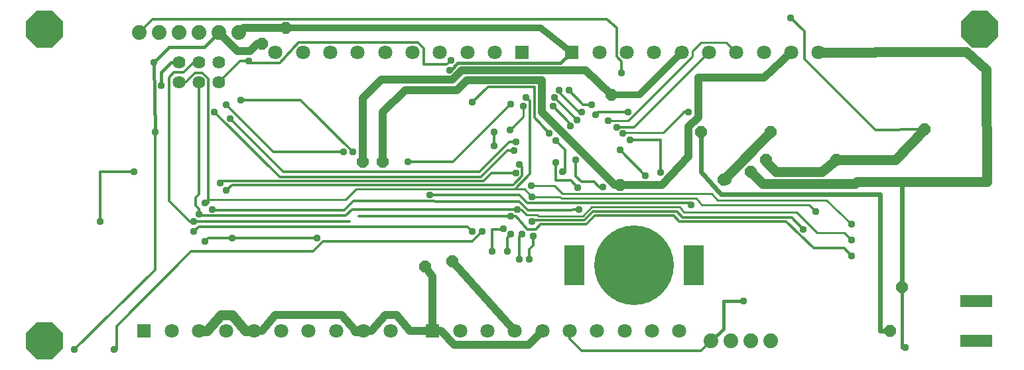
<source format=gbl>
G75*
%MOIN*%
%OFA0B0*%
%FSLAX25Y25*%
%IPPOS*%
%LPD*%
%AMOC8*
5,1,8,0,0,1.08239X$1,22.5*
%
%ADD10R,0.10000X0.20000*%
%ADD11C,0.40000*%
%ADD12C,0.06400*%
%ADD13C,0.07400*%
%ADD14R,0.07087X0.07087*%
%ADD15C,0.07087*%
%ADD16R,0.16000X0.06000*%
%ADD17OC8,0.03569*%
%ADD18C,0.01200*%
%ADD19OC8,0.05906*%
%ADD20C,0.02400*%
%ADD21C,0.04000*%
%ADD22C,0.01600*%
%ADD23C,0.01000*%
%ADD24C,0.05000*%
%ADD25C,0.03200*%
%ADD26OC8,0.18750*%
D10*
X0277506Y0058625D03*
X0337506Y0058625D03*
D11*
X0307506Y0058625D03*
D12*
X0098756Y0150500D03*
X0088756Y0150500D03*
X0078756Y0150500D03*
X0078756Y0160500D03*
X0088756Y0160500D03*
X0098756Y0160500D03*
D13*
X0098756Y0175500D03*
X0108756Y0175500D03*
X0088756Y0175500D03*
X0078756Y0175500D03*
X0068756Y0175500D03*
X0058756Y0175500D03*
X0346256Y0020500D03*
X0356256Y0020500D03*
X0366256Y0020500D03*
X0376256Y0020500D03*
D14*
X0206256Y0025500D03*
X0061256Y0025500D03*
X0251256Y0165500D03*
X0276256Y0165500D03*
D15*
X0290035Y0165500D03*
X0303815Y0165500D03*
X0317594Y0165500D03*
X0331374Y0165500D03*
X0345154Y0165500D03*
X0358933Y0165500D03*
X0372713Y0165500D03*
X0386492Y0165500D03*
X0400272Y0165500D03*
X0237476Y0165500D03*
X0223697Y0165500D03*
X0209917Y0165500D03*
X0196138Y0165500D03*
X0182358Y0165500D03*
X0168579Y0165500D03*
X0154799Y0165500D03*
X0141020Y0165500D03*
X0127240Y0165500D03*
X0130154Y0025500D03*
X0116374Y0025500D03*
X0102594Y0025500D03*
X0088815Y0025500D03*
X0075035Y0025500D03*
X0143933Y0025500D03*
X0157713Y0025500D03*
X0171492Y0025500D03*
X0185272Y0025500D03*
X0220035Y0025500D03*
X0233815Y0025500D03*
X0247594Y0025500D03*
X0261374Y0025500D03*
X0275154Y0025500D03*
X0288933Y0025500D03*
X0302713Y0025500D03*
X0316492Y0025500D03*
X0330272Y0025500D03*
D16*
X0479506Y0020500D03*
X0479506Y0040500D03*
D17*
X0026256Y0016125D03*
X0046256Y0016125D03*
X0091756Y0070500D03*
X0086256Y0075500D03*
X0086256Y0080500D03*
X0088756Y0084250D03*
X0095631Y0086750D03*
X0091881Y0089875D03*
X0102506Y0096125D03*
X0099394Y0099816D03*
X0056256Y0105500D03*
X0066881Y0125500D03*
X0096568Y0135500D03*
X0102506Y0139250D03*
X0110006Y0141750D03*
X0104381Y0132375D03*
X0070006Y0148938D03*
X0066256Y0160500D03*
X0113756Y0161125D03*
X0215006Y0156750D03*
X0215395Y0161530D03*
X0253343Y0143025D03*
X0251881Y0138625D03*
X0245631Y0139563D03*
X0266726Y0138470D03*
X0267506Y0143000D03*
X0270006Y0146750D03*
X0275006Y0146750D03*
X0286256Y0139250D03*
X0288131Y0134250D03*
X0294381Y0131125D03*
X0298756Y0128000D03*
X0301881Y0124816D03*
X0305631Y0121750D03*
X0300631Y0116750D03*
X0278131Y0111437D03*
X0268131Y0110187D03*
X0271509Y0105500D03*
X0279159Y0097687D03*
X0291881Y0098000D03*
X0313131Y0103625D03*
X0320943Y0105187D03*
X0336256Y0088937D03*
X0280006Y0086437D03*
X0256256Y0080500D03*
X0245599Y0083313D03*
X0248865Y0086625D03*
X0256256Y0093000D03*
X0255898Y0098437D03*
X0248131Y0104875D03*
X0250006Y0109250D03*
X0247193Y0116125D03*
X0248131Y0120500D03*
X0237053Y0118625D03*
X0237053Y0125500D03*
X0245324Y0126437D03*
X0264784Y0124875D03*
X0268131Y0121125D03*
X0275631Y0128625D03*
X0278756Y0131750D03*
X0281256Y0135500D03*
X0304381Y0135500D03*
X0334832Y0135500D03*
X0301256Y0155419D03*
X0226256Y0140500D03*
X0166256Y0115500D03*
X0161363Y0115607D03*
X0193756Y0110500D03*
X0204693Y0093937D03*
X0241884Y0076817D03*
X0245631Y0074250D03*
X0251256Y0074131D03*
X0256881Y0073183D03*
X0243756Y0065500D03*
X0236256Y0065500D03*
X0250006Y0061750D03*
X0255006Y0061750D03*
X0231256Y0075500D03*
X0226256Y0075500D03*
X0300006Y0054875D03*
X0337506Y0058625D03*
X0362506Y0040500D03*
X0416976Y0063374D03*
X0416976Y0071248D03*
X0416976Y0079122D03*
X0398788Y0085500D03*
X0392506Y0076750D03*
X0443756Y0017375D03*
X0148131Y0072375D03*
X0105631Y0072375D03*
X0039041Y0080559D03*
X0386256Y0183000D03*
D18*
X0393131Y0176125D01*
X0393131Y0162375D01*
X0428759Y0126747D01*
X0453443Y0127060D01*
X0392506Y0076750D02*
X0386756Y0082500D01*
X0370783Y0082500D01*
X0370744Y0082535D01*
X0369961Y0082500D01*
X0331881Y0082500D01*
X0329256Y0085625D01*
X0287006Y0085625D01*
X0282631Y0081250D01*
X0257506Y0081250D01*
X0256881Y0081125D01*
X0256256Y0080500D01*
X0258131Y0076750D02*
X0253756Y0076750D01*
X0248131Y0083313D01*
X0245599Y0083313D01*
X0169084Y0083195D01*
X0165851Y0086595D02*
X0162679Y0083423D01*
X0089331Y0083500D01*
X0088756Y0084125D01*
X0088756Y0084250D01*
X0088756Y0085500D01*
X0088756Y0087012D01*
X0087193Y0088575D01*
X0087193Y0090500D01*
X0087193Y0092533D01*
X0088756Y0094096D01*
X0088756Y0150500D01*
X0093356Y0152405D02*
X0093356Y0091750D01*
X0093356Y0089875D01*
X0091881Y0089875D01*
X0087193Y0090500D02*
X0087193Y0091696D01*
X0088756Y0086175D02*
X0088756Y0085500D01*
X0095631Y0086750D02*
X0096256Y0086125D01*
X0161961Y0086125D01*
X0166649Y0090812D01*
X0248632Y0090500D01*
X0249782Y0090500D01*
X0254157Y0086125D01*
X0276256Y0086125D01*
X0276881Y0086437D01*
X0280006Y0086437D01*
X0276306Y0086125D02*
X0276256Y0086125D01*
X0283568Y0079250D02*
X0287943Y0083625D01*
X0327381Y0083625D01*
X0330131Y0080500D01*
X0383756Y0080500D01*
X0397745Y0067136D01*
X0413214Y0067136D01*
X0416976Y0063374D01*
X0336256Y0089875D02*
X0253999Y0089798D01*
X0249857Y0093940D01*
X0249100Y0093940D01*
X0204693Y0093937D01*
X0230631Y0103000D02*
X0129381Y0103000D01*
X0096568Y0135500D01*
X0102506Y0139250D02*
X0126149Y0115607D01*
X0161363Y0115607D01*
X0166256Y0115500D02*
X0140006Y0141750D01*
X0110006Y0141750D01*
X0104381Y0132375D02*
X0131256Y0105500D01*
X0230006Y0105500D01*
X0245006Y0120500D01*
X0248131Y0120500D01*
X0247193Y0116125D02*
X0243756Y0116125D01*
X0230631Y0103000D01*
X0231884Y0101000D02*
X0099394Y0101000D01*
X0099394Y0099816D01*
X0102506Y0096125D02*
X0105381Y0099000D01*
X0246759Y0099000D01*
X0251315Y0103556D01*
X0251315Y0107941D01*
X0250006Y0109250D01*
X0248131Y0104875D02*
X0235759Y0104875D01*
X0231884Y0101000D01*
X0247818Y0097062D02*
X0255318Y0104562D01*
X0255318Y0141125D01*
X0254281Y0142163D01*
X0253343Y0143025D01*
X0257506Y0148313D02*
X0234068Y0148313D01*
X0226256Y0140500D01*
X0245631Y0139563D02*
X0216568Y0110500D01*
X0193756Y0110500D01*
X0237053Y0118625D02*
X0237053Y0125500D01*
X0257506Y0132779D02*
X0257506Y0148313D01*
X0267506Y0143000D02*
X0278756Y0131750D01*
X0275321Y0129875D02*
X0266726Y0138470D01*
X0270006Y0145500D02*
X0270006Y0146750D01*
X0270006Y0145500D02*
X0280006Y0135500D01*
X0281256Y0135500D01*
X0288131Y0134250D02*
X0289381Y0135500D01*
X0304381Y0135500D01*
X0307654Y0128000D02*
X0298756Y0128000D01*
X0307654Y0128000D02*
X0345154Y0165500D01*
X0301256Y0161068D02*
X0301256Y0155419D01*
X0301256Y0161068D02*
X0298872Y0163452D01*
X0298872Y0177884D01*
X0293756Y0182375D01*
X0065631Y0182375D01*
X0058756Y0175500D01*
X0081256Y0155500D02*
X0086256Y0160500D01*
X0088756Y0160500D01*
X0090661Y0155100D02*
X0093356Y0152405D01*
X0090661Y0155100D02*
X0086851Y0155100D01*
X0082251Y0150500D01*
X0078756Y0150500D01*
X0073756Y0153000D02*
X0076256Y0155500D01*
X0081256Y0155500D01*
X0073756Y0153000D02*
X0073756Y0090900D01*
X0084156Y0080500D01*
X0086256Y0080500D01*
X0164497Y0080653D01*
X0165851Y0086595D02*
X0167266Y0086595D01*
X0248865Y0086625D01*
X0258131Y0076750D02*
X0260631Y0079250D01*
X0283568Y0079250D01*
X0257506Y0074250D02*
X0256881Y0073183D01*
X0256881Y0068625D01*
X0255006Y0066750D01*
X0255006Y0061750D01*
X0250006Y0061750D02*
X0250006Y0073000D01*
X0250124Y0073000D01*
X0251256Y0074131D01*
X0245631Y0074250D02*
X0243756Y0072375D01*
X0243756Y0065500D01*
X0236256Y0065500D02*
X0236256Y0076750D01*
X0241817Y0076750D01*
X0241884Y0076817D01*
X0231256Y0075500D02*
X0226256Y0070500D01*
X0151256Y0070500D01*
X0146256Y0065500D01*
X0085006Y0065500D01*
X0047506Y0028000D01*
X0047506Y0016125D01*
X0046256Y0016125D01*
X0026256Y0016125D02*
X0066881Y0056125D01*
X0066881Y0125500D01*
X0056256Y0105500D02*
X0039041Y0105500D01*
X0039041Y0080559D01*
X0086256Y0075500D02*
X0088756Y0078000D01*
X0223756Y0078000D01*
X0226256Y0075500D01*
X0275722Y0101125D02*
X0279159Y0097687D01*
X0281256Y0100500D02*
X0278131Y0103312D01*
X0278131Y0111437D01*
X0268131Y0110187D02*
X0268131Y0101125D01*
X0275722Y0101125D01*
X0281256Y0100500D02*
X0287506Y0100500D01*
X0290006Y0098000D01*
X0291881Y0098000D01*
X0300631Y0116750D02*
X0313131Y0103625D01*
X0320943Y0105187D02*
X0320943Y0121750D01*
X0305631Y0121750D01*
X0332506Y0135500D02*
X0334832Y0135500D01*
X0286256Y0139250D02*
X0281881Y0139250D01*
X0275006Y0146750D01*
X0257506Y0132779D02*
X0264784Y0124875D01*
X0268131Y0121125D02*
X0272818Y0116437D01*
X0272818Y0105187D01*
X0271509Y0105500D01*
X0275631Y0128625D02*
X0275321Y0129875D01*
X0215395Y0161530D02*
X0215049Y0161184D01*
X0213687Y0159934D01*
X0213317Y0159564D01*
X0201736Y0159564D01*
X0201736Y0167548D01*
X0198783Y0170500D01*
X0138806Y0170500D01*
X0129610Y0160406D01*
X0114475Y0160406D01*
X0113756Y0161125D01*
X0109381Y0161125D01*
X0098756Y0150500D01*
X0098756Y0175500D02*
X0098781Y0175500D01*
X0093631Y0072375D02*
X0091756Y0070500D01*
X0093631Y0072375D02*
X0105631Y0072375D01*
X0148131Y0072375D01*
X0275154Y0025500D02*
X0275154Y0021602D01*
X0281256Y0015500D01*
X0341256Y0015500D01*
X0346256Y0020500D01*
X0307506Y0054875D02*
X0300006Y0054875D01*
X0307506Y0054875D02*
X0307506Y0058625D01*
D19*
X0216256Y0060500D03*
X0202506Y0058000D03*
X0300631Y0098937D03*
X0352506Y0101750D03*
X0366256Y0105500D03*
X0373756Y0111750D03*
X0376256Y0125500D03*
X0341256Y0125500D03*
X0296256Y0144250D03*
X0409068Y0111750D03*
X0453443Y0127060D03*
X0442132Y0047626D03*
X0436256Y0025500D03*
X0181256Y0110500D03*
X0171256Y0110500D03*
X0120631Y0169875D03*
X0132506Y0178000D03*
D20*
X0341256Y0125500D02*
X0341256Y0105500D01*
X0351256Y0094250D01*
X0431256Y0094250D01*
X0431256Y0025500D01*
X0436256Y0025500D01*
X0442132Y0047626D02*
X0442132Y0050500D01*
X0442132Y0099624D01*
X0441256Y0100500D01*
D21*
X0339916Y0133003D02*
X0335003Y0128090D01*
X0335003Y0113090D01*
X0321476Y0098937D01*
X0300631Y0098937D01*
X0297818Y0098937D01*
X0261256Y0135500D01*
X0261256Y0151750D01*
X0223673Y0151750D01*
X0218673Y0146750D01*
X0192506Y0146750D01*
X0181256Y0135500D01*
X0181256Y0110500D01*
X0171256Y0110500D02*
X0171256Y0142613D01*
X0180568Y0151925D01*
X0216318Y0151925D01*
X0221006Y0156613D01*
X0283033Y0156613D01*
X0296333Y0144250D01*
X0296256Y0144250D01*
X0339916Y0153003D02*
X0339916Y0133003D01*
X0339916Y0153003D02*
X0372745Y0153003D01*
X0386492Y0165500D01*
X0247594Y0025500D02*
X0216256Y0060500D01*
X0206256Y0053032D02*
X0202506Y0058000D01*
X0206256Y0053032D02*
X0206256Y0025500D01*
X0210358Y0025500D01*
X0217201Y0018657D01*
X0254531Y0018657D01*
X0261374Y0025500D01*
X0206256Y0025500D02*
X0194950Y0025500D01*
X0188106Y0033657D01*
X0182437Y0033657D01*
X0175594Y0025500D01*
X0171492Y0025500D01*
X0167391Y0025500D02*
X0160547Y0033657D01*
X0127319Y0033657D01*
X0120476Y0025500D01*
X0116374Y0025500D01*
X0114381Y0166125D02*
X0108131Y0166125D01*
X0098756Y0175500D01*
X0108756Y0175500D02*
X0111256Y0178000D01*
X0132506Y0178000D01*
X0120631Y0169875D02*
X0118131Y0169875D01*
X0114381Y0166125D01*
D22*
X0098781Y0175500D02*
X0091493Y0168213D01*
X0073968Y0168213D01*
X0066256Y0160500D01*
X0066881Y0125500D01*
X0070006Y0148938D02*
X0070006Y0155500D01*
X0075006Y0160500D01*
X0078756Y0160500D01*
X0215006Y0156750D02*
X0215389Y0156750D01*
X0218993Y0160333D01*
X0270464Y0160333D01*
X0276256Y0165500D01*
X0336256Y0089875D02*
X0336256Y0088937D01*
X0442132Y0050500D02*
X0442132Y0017375D01*
X0443756Y0017375D01*
X0362506Y0040500D02*
X0352506Y0040500D01*
X0352506Y0026750D01*
X0346256Y0020500D01*
D23*
X0413214Y0075010D02*
X0416976Y0071248D01*
X0413214Y0075010D02*
X0399493Y0075010D01*
X0389129Y0085375D01*
X0332506Y0085375D01*
X0330506Y0087875D01*
X0286256Y0087875D01*
X0281693Y0083313D01*
X0259381Y0083313D01*
X0258756Y0083938D01*
X0253443Y0083938D01*
X0250756Y0086625D01*
X0248865Y0086625D01*
X0256256Y0093000D02*
X0252506Y0097062D01*
X0247818Y0097062D01*
X0167818Y0097062D01*
X0162506Y0091750D01*
X0093356Y0091750D01*
X0245324Y0126437D02*
X0251881Y0133306D01*
X0251881Y0138625D01*
X0294381Y0131125D02*
X0304615Y0131125D01*
X0336942Y0163452D01*
X0336942Y0166186D01*
X0341256Y0170500D01*
X0353933Y0170500D01*
X0358933Y0165500D01*
X0332506Y0135500D02*
X0322134Y0125128D01*
X0306256Y0125128D01*
X0305693Y0125128D01*
X0301881Y0125128D01*
X0301881Y0124816D01*
X0271571Y0094436D02*
X0267570Y0098437D01*
X0255898Y0098437D01*
X0256256Y0093000D02*
X0270373Y0093000D01*
X0270998Y0092375D01*
X0338806Y0092375D01*
X0341618Y0088937D01*
X0395350Y0088937D01*
X0398788Y0085500D01*
X0404348Y0091125D02*
X0349381Y0091125D01*
X0346520Y0094611D01*
X0338806Y0094611D01*
X0271571Y0094436D01*
X0404348Y0091125D02*
X0416976Y0079122D01*
D24*
X0418658Y0099700D02*
X0372056Y0099700D01*
X0366256Y0105500D01*
X0373756Y0110500D02*
X0373756Y0111750D01*
X0373756Y0110500D02*
X0378756Y0105500D01*
X0401881Y0105500D01*
X0409068Y0111750D01*
X0438759Y0111750D01*
X0453443Y0127060D01*
X0485006Y0100500D02*
X0419458Y0100500D01*
X0418658Y0099700D01*
X0376256Y0125500D02*
X0353756Y0103000D01*
X0353756Y0101750D01*
X0352506Y0101750D01*
X0485006Y0100500D02*
X0484381Y0156912D01*
X0474668Y0166000D01*
X0428907Y0166000D01*
X0428407Y0165500D01*
X0400272Y0165500D01*
X0112272Y0025500D02*
X0105429Y0033657D01*
X0099760Y0033657D01*
X0092917Y0025500D01*
X0088815Y0025500D01*
X0112272Y0025500D02*
X0116374Y0025500D01*
X0167391Y0025500D02*
X0171492Y0025500D01*
D25*
X0296333Y0144250D02*
X0310124Y0144250D01*
X0331374Y0165500D01*
X0276256Y0165500D02*
X0260631Y0178000D01*
X0132506Y0178000D01*
D26*
X0011256Y0177375D03*
X0011256Y0020500D03*
X0481256Y0177375D03*
M02*

</source>
